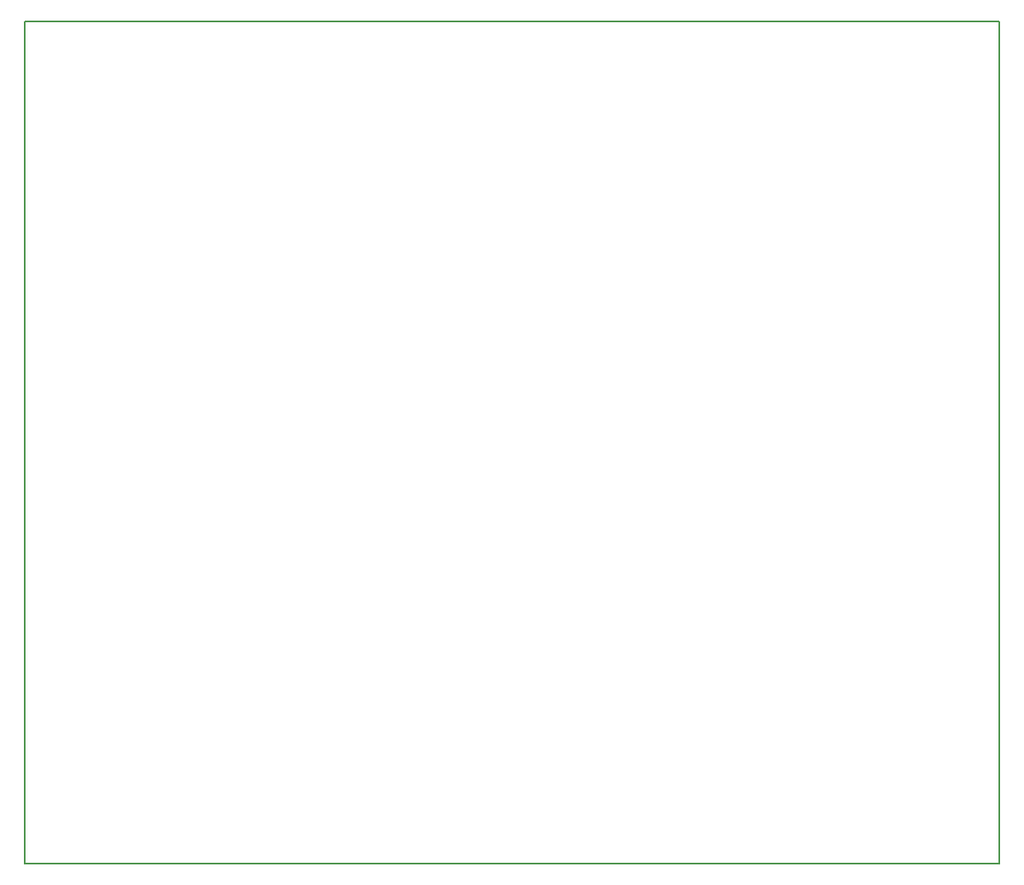
<source format=gbr>
G04 #@! TF.GenerationSoftware,KiCad,Pcbnew,(5.0.0-rc2-100-g6d77e594b)*
G04 #@! TF.CreationDate,2018-10-18T22:19:02+02:00*
G04 #@! TF.ProjectId,fuzzyduckv1,66757A7A796475636B76312E6B696361,rev?*
G04 #@! TF.SameCoordinates,Original*
G04 #@! TF.FileFunction,Profile,NP*
%FSLAX46Y46*%
G04 Gerber Fmt 4.6, Leading zero omitted, Abs format (unit mm)*
G04 Created by KiCad (PCBNEW (5.0.0-rc2-100-g6d77e594b)) date Thu Oct 18 22:19:02 2018*
%MOMM*%
%LPD*%
G01*
G04 APERTURE LIST*
%ADD10C,0.150000*%
G04 APERTURE END LIST*
D10*
X148500000Y-118500000D02*
X148500000Y-32000000D01*
X48500000Y-118500000D02*
X48500000Y-32000000D01*
X148500000Y-118500000D02*
X48500000Y-118500000D01*
X48500000Y-32000000D02*
X148500000Y-32000000D01*
M02*

</source>
